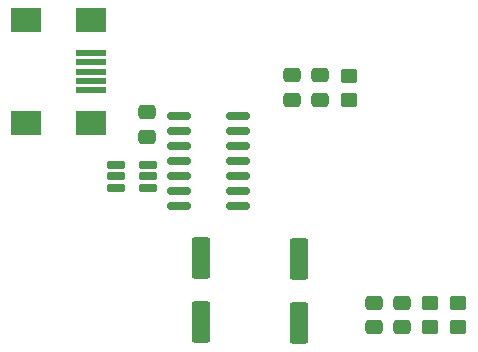
<source format=gbr>
%TF.GenerationSoftware,KiCad,Pcbnew,8.0.5*%
%TF.CreationDate,2025-02-12T12:09:28+01:00*%
%TF.ProjectId,USB-Extender_v2,5553422d-4578-4746-956e-6465725f7632,rev?*%
%TF.SameCoordinates,Original*%
%TF.FileFunction,Paste,Top*%
%TF.FilePolarity,Positive*%
%FSLAX46Y46*%
G04 Gerber Fmt 4.6, Leading zero omitted, Abs format (unit mm)*
G04 Created by KiCad (PCBNEW 8.0.5) date 2025-02-12 12:09:28*
%MOMM*%
%LPD*%
G01*
G04 APERTURE LIST*
G04 Aperture macros list*
%AMRoundRect*
0 Rectangle with rounded corners*
0 $1 Rounding radius*
0 $2 $3 $4 $5 $6 $7 $8 $9 X,Y pos of 4 corners*
0 Add a 4 corners polygon primitive as box body*
4,1,4,$2,$3,$4,$5,$6,$7,$8,$9,$2,$3,0*
0 Add four circle primitives for the rounded corners*
1,1,$1+$1,$2,$3*
1,1,$1+$1,$4,$5*
1,1,$1+$1,$6,$7*
1,1,$1+$1,$8,$9*
0 Add four rect primitives between the rounded corners*
20,1,$1+$1,$2,$3,$4,$5,0*
20,1,$1+$1,$4,$5,$6,$7,0*
20,1,$1+$1,$6,$7,$8,$9,0*
20,1,$1+$1,$8,$9,$2,$3,0*%
G04 Aperture macros list end*
%ADD10RoundRect,0.250000X-0.475000X0.337500X-0.475000X-0.337500X0.475000X-0.337500X0.475000X0.337500X0*%
%ADD11RoundRect,0.250000X0.550000X-1.500000X0.550000X1.500000X-0.550000X1.500000X-0.550000X-1.500000X0*%
%ADD12RoundRect,0.250000X-0.450000X0.350000X-0.450000X-0.350000X0.450000X-0.350000X0.450000X0.350000X0*%
%ADD13R,2.500000X0.500000*%
%ADD14R,2.500000X2.000000*%
%ADD15RoundRect,0.150000X0.825000X0.150000X-0.825000X0.150000X-0.825000X-0.150000X0.825000X-0.150000X0*%
%ADD16RoundRect,0.250000X0.450000X-0.350000X0.450000X0.350000X-0.450000X0.350000X-0.450000X-0.350000X0*%
%ADD17RoundRect,0.250000X0.475000X-0.337500X0.475000X0.337500X-0.475000X0.337500X-0.475000X-0.337500X0*%
%ADD18RoundRect,0.162500X-0.617500X-0.162500X0.617500X-0.162500X0.617500X0.162500X-0.617500X0.162500X0*%
G04 APERTURE END LIST*
D10*
%TO.C,C2*%
X128270000Y-65387400D03*
X128270000Y-67462400D03*
%TD*%
%TO.C,C1*%
X135229600Y-84664800D03*
X135229600Y-86739800D03*
%TD*%
D11*
%TO.C,C6*%
X126492000Y-86360000D03*
X126492000Y-80960000D03*
%TD*%
D10*
%TO.C,C4*%
X132867400Y-84664800D03*
X132867400Y-86739800D03*
%TD*%
%TO.C,C3*%
X125882400Y-65408900D03*
X125882400Y-67483900D03*
%TD*%
D12*
%TO.C,R1*%
X139954000Y-84683600D03*
X139954000Y-86683600D03*
%TD*%
D13*
%TO.C,J3*%
X108882600Y-63474800D03*
X108882600Y-64274800D03*
X108882600Y-65074800D03*
X108882600Y-65874800D03*
X108882600Y-66674800D03*
D14*
X108882600Y-60674800D03*
X103382600Y-60674800D03*
X108882600Y-69474800D03*
X103382600Y-69474800D03*
%TD*%
D15*
%TO.C,U1*%
X121310400Y-76454000D03*
X121310400Y-75184000D03*
X121310400Y-73914000D03*
X121310400Y-72644000D03*
X121310400Y-71374000D03*
X121310400Y-70104000D03*
X121310400Y-68834000D03*
X116360400Y-68834000D03*
X116360400Y-70104000D03*
X116360400Y-71374000D03*
X116360400Y-72644000D03*
X116360400Y-73914000D03*
X116360400Y-75184000D03*
X116360400Y-76454000D03*
%TD*%
D12*
%TO.C,R2*%
X137617200Y-84683600D03*
X137617200Y-86683600D03*
%TD*%
D16*
%TO.C,R1.1*%
X130733800Y-67446400D03*
X130733800Y-65446400D03*
%TD*%
D17*
%TO.C,C7*%
X113588800Y-70612000D03*
X113588800Y-68537000D03*
%TD*%
D18*
%TO.C,U2*%
X110998000Y-73004600D03*
X110998000Y-73954600D03*
X110998000Y-74904600D03*
X113698000Y-74904600D03*
X113698000Y-73954600D03*
X113698000Y-73004600D03*
%TD*%
D11*
%TO.C,C5*%
X118160800Y-86301600D03*
X118160800Y-80901600D03*
%TD*%
M02*

</source>
